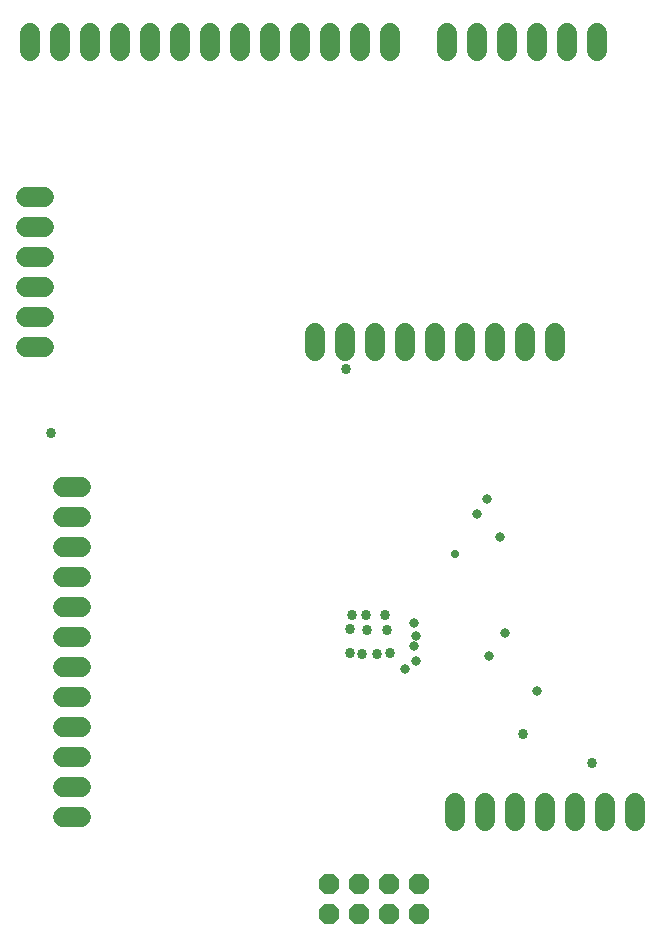
<source format=gbs>
G75*
%MOIN*%
%OFA0B0*%
%FSLAX25Y25*%
%IPPOS*%
%LPD*%
%AMOC8*
5,1,8,0,0,1.08239X$1,22.5*
%
%ADD10OC8,0.06800*%
%ADD11C,0.06800*%
%ADD12C,0.03200*%
%ADD13C,0.03400*%
%ADD14C,0.02800*%
D10*
X0124964Y0024326D03*
X0124964Y0034326D03*
X0134964Y0034326D03*
X0134964Y0024326D03*
X0144964Y0024326D03*
X0144964Y0034326D03*
X0154964Y0034326D03*
X0154964Y0024326D03*
D11*
X0042179Y0056655D02*
X0036179Y0056655D01*
X0036179Y0066655D02*
X0042179Y0066655D01*
X0042179Y0076655D02*
X0036179Y0076655D01*
X0036179Y0086655D02*
X0042179Y0086655D01*
X0042179Y0096655D02*
X0036179Y0096655D01*
X0036179Y0106655D02*
X0042179Y0106655D01*
X0042179Y0116655D02*
X0036179Y0116655D01*
X0036179Y0126655D02*
X0042179Y0126655D01*
X0042179Y0136655D02*
X0036179Y0136655D01*
X0036179Y0146655D02*
X0042179Y0146655D01*
X0042179Y0156655D02*
X0036179Y0156655D01*
X0036179Y0166655D02*
X0042179Y0166655D01*
X0029781Y0213344D02*
X0023781Y0213344D01*
X0023781Y0223344D02*
X0029781Y0223344D01*
X0029781Y0233344D02*
X0023781Y0233344D01*
X0023781Y0243344D02*
X0029781Y0243344D01*
X0029781Y0253344D02*
X0023781Y0253344D01*
X0023781Y0263344D02*
X0029781Y0263344D01*
X0025240Y0312093D02*
X0025240Y0318093D01*
X0035240Y0318093D02*
X0035240Y0312093D01*
X0045240Y0312093D02*
X0045240Y0318093D01*
X0055240Y0318093D02*
X0055240Y0312093D01*
X0065240Y0312093D02*
X0065240Y0318093D01*
X0075240Y0318093D02*
X0075240Y0312093D01*
X0085240Y0312093D02*
X0085240Y0318093D01*
X0095240Y0318093D02*
X0095240Y0312093D01*
X0105240Y0312093D02*
X0105240Y0318093D01*
X0115240Y0318093D02*
X0115240Y0312093D01*
X0125240Y0312093D02*
X0125240Y0318093D01*
X0135240Y0318093D02*
X0135240Y0312093D01*
X0145240Y0312093D02*
X0145240Y0318093D01*
X0164109Y0318226D02*
X0164109Y0312226D01*
X0174109Y0312226D02*
X0174109Y0318226D01*
X0184109Y0318226D02*
X0184109Y0312226D01*
X0194109Y0312226D02*
X0194109Y0318226D01*
X0204109Y0318226D02*
X0204109Y0312226D01*
X0214109Y0312226D02*
X0214109Y0318226D01*
X0200174Y0218016D02*
X0200174Y0212016D01*
X0190174Y0212016D02*
X0190174Y0218016D01*
X0180174Y0218016D02*
X0180174Y0212016D01*
X0170174Y0212016D02*
X0170174Y0218016D01*
X0160174Y0218016D02*
X0160174Y0212016D01*
X0150174Y0212016D02*
X0150174Y0218016D01*
X0140174Y0218016D02*
X0140174Y0212016D01*
X0130174Y0212016D02*
X0130174Y0218016D01*
X0120174Y0218016D02*
X0120174Y0212016D01*
X0166675Y0061439D02*
X0166675Y0055439D01*
X0176675Y0055439D02*
X0176675Y0061439D01*
X0186675Y0061439D02*
X0186675Y0055439D01*
X0196675Y0055439D02*
X0196675Y0061439D01*
X0206675Y0061439D02*
X0206675Y0055439D01*
X0216675Y0055439D02*
X0216675Y0061439D01*
X0226675Y0061439D02*
X0226675Y0055439D01*
D12*
X0193980Y0098945D03*
X0183530Y0118195D03*
X0178030Y0110495D03*
X0153946Y0108790D03*
X0153280Y0113795D03*
X0153830Y0117095D03*
X0153280Y0121495D03*
X0149980Y0106095D03*
X0181880Y0150095D03*
X0174180Y0157795D03*
X0177480Y0162745D03*
D13*
X0143579Y0124153D03*
X0144197Y0119275D03*
X0145145Y0111339D03*
X0140641Y0111215D03*
X0135847Y0111174D03*
X0131839Y0111298D03*
X0131839Y0119337D03*
X0132361Y0124134D03*
X0137215Y0123968D03*
X0137400Y0119275D03*
X0189521Y0084362D03*
X0212569Y0074897D03*
X0130403Y0206284D03*
X0032133Y0184878D03*
D14*
X0166851Y0144396D03*
M02*

</source>
